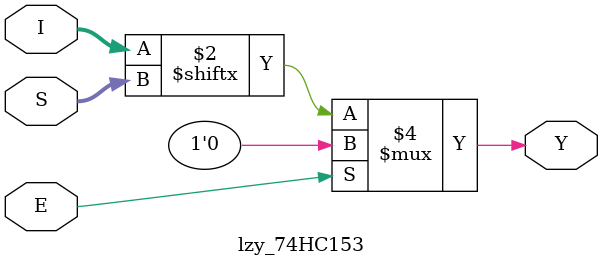
<source format=v>
module lzy_74HC153(E, S, I, Y);
    input E;
    input [1:0]S;
    input [3:0]I;
    output reg Y;
    always @*
        if(E) Y = 0;
        else Y = I[S];
endmodule
</source>
